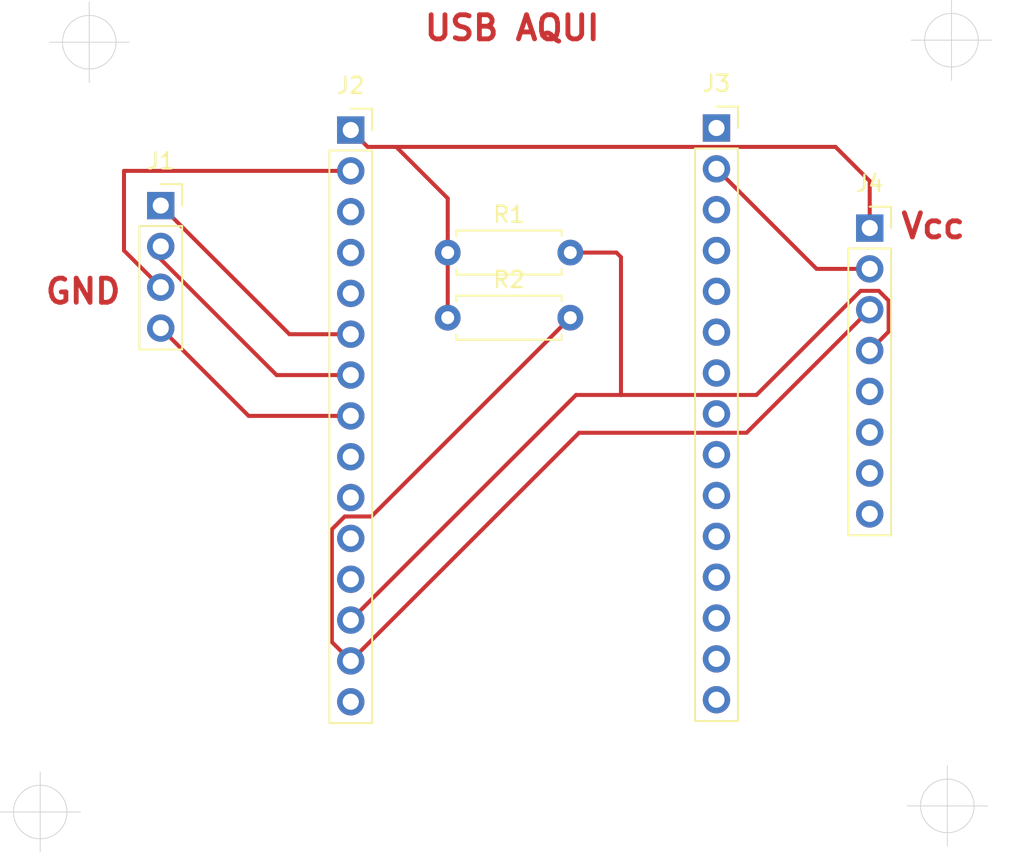
<source format=kicad_pcb>
(kicad_pcb (version 20171130) (host pcbnew "(5.1.8)-1")

  (general
    (thickness 1.6)
    (drawings 8)
    (tracks 39)
    (zones 0)
    (modules 6)
    (nets 9)
  )

  (page A4)
  (layers
    (0 F.Cu signal)
    (31 B.Cu signal)
    (32 B.Adhes user)
    (33 F.Adhes user)
    (34 B.Paste user)
    (35 F.Paste user)
    (36 B.SilkS user)
    (37 F.SilkS user)
    (38 B.Mask user)
    (39 F.Mask user)
    (40 Dwgs.User user)
    (41 Cmts.User user)
    (42 Eco1.User user)
    (43 Eco2.User user)
    (44 Edge.Cuts user)
    (45 Margin user)
    (46 B.CrtYd user)
    (47 F.CrtYd user)
    (48 B.Fab user)
    (49 F.Fab user)
  )

  (setup
    (last_trace_width 0.25)
    (trace_clearance 0.2)
    (zone_clearance 0.508)
    (zone_45_only no)
    (trace_min 0.2)
    (via_size 0.8)
    (via_drill 0.4)
    (via_min_size 0.4)
    (via_min_drill 0.3)
    (uvia_size 0.3)
    (uvia_drill 0.1)
    (uvias_allowed no)
    (uvia_min_size 0.2)
    (uvia_min_drill 0.1)
    (edge_width 0.05)
    (segment_width 0.2)
    (pcb_text_width 0.3)
    (pcb_text_size 1.5 1.5)
    (mod_edge_width 0.12)
    (mod_text_size 1 1)
    (mod_text_width 0.15)
    (pad_size 1.524 1.524)
    (pad_drill 0.762)
    (pad_to_mask_clearance 0)
    (aux_axis_origin 0 0)
    (visible_elements 7FFFFFFF)
    (pcbplotparams
      (layerselection 0x010fc_ffffffff)
      (usegerberextensions false)
      (usegerberattributes true)
      (usegerberadvancedattributes true)
      (creategerberjobfile true)
      (excludeedgelayer true)
      (linewidth 0.100000)
      (plotframeref false)
      (viasonmask false)
      (mode 1)
      (useauxorigin false)
      (hpglpennumber 1)
      (hpglpenspeed 20)
      (hpglpendiameter 15.000000)
      (psnegative false)
      (psa4output false)
      (plotreference true)
      (plotvalue true)
      (plotinvisibletext false)
      (padsonsilk false)
      (subtractmaskfromsilk false)
      (outputformat 1)
      (mirror false)
      (drillshape 0)
      (scaleselection 1)
      (outputdirectory "./"))
  )

  (net 0 "")
  (net 1 "Net-(J1-Pad1)")
  (net 2 "Net-(J1-Pad2)")
  (net 3 "Net-(J1-Pad3)")
  (net 4 "Net-(J1-Pad4)")
  (net 5 "Net-(J2-Pad13)")
  (net 6 "Net-(J2-Pad14)")
  (net 7 "Net-(J2-Pad1)")
  (net 8 "Net-(J3-Pad2)")

  (net_class Default "This is the default net class."
    (clearance 0.2)
    (trace_width 0.25)
    (via_dia 0.8)
    (via_drill 0.4)
    (uvia_dia 0.3)
    (uvia_drill 0.1)
    (add_net "Net-(J1-Pad1)")
    (add_net "Net-(J1-Pad2)")
    (add_net "Net-(J1-Pad3)")
    (add_net "Net-(J1-Pad4)")
    (add_net "Net-(J2-Pad1)")
    (add_net "Net-(J2-Pad13)")
    (add_net "Net-(J2-Pad14)")
    (add_net "Net-(J3-Pad2)")
  )

  (module Connector_PinSocket_2.54mm:PinSocket_1x08_P2.54mm_Vertical (layer F.Cu) (tedit 5A19A420) (tstamp 5FD7BD24)
    (at 169.418 36.576)
    (descr "Through hole straight socket strip, 1x08, 2.54mm pitch, single row (from Kicad 4.0.7), script generated")
    (tags "Through hole socket strip THT 1x08 2.54mm single row")
    (path /5FDC4D34)
    (fp_text reference J4 (at 0 -2.77) (layer F.SilkS)
      (effects (font (size 1 1) (thickness 0.15)))
    )
    (fp_text value "ZÓCALO SENSOR CCS811" (at 0 20.55) (layer F.Fab)
      (effects (font (size 1 1) (thickness 0.15)))
    )
    (fp_line (start -1.8 19.55) (end -1.8 -1.8) (layer F.CrtYd) (width 0.05))
    (fp_line (start 1.75 19.55) (end -1.8 19.55) (layer F.CrtYd) (width 0.05))
    (fp_line (start 1.75 -1.8) (end 1.75 19.55) (layer F.CrtYd) (width 0.05))
    (fp_line (start -1.8 -1.8) (end 1.75 -1.8) (layer F.CrtYd) (width 0.05))
    (fp_line (start 0 -1.33) (end 1.33 -1.33) (layer F.SilkS) (width 0.12))
    (fp_line (start 1.33 -1.33) (end 1.33 0) (layer F.SilkS) (width 0.12))
    (fp_line (start 1.33 1.27) (end 1.33 19.11) (layer F.SilkS) (width 0.12))
    (fp_line (start -1.33 19.11) (end 1.33 19.11) (layer F.SilkS) (width 0.12))
    (fp_line (start -1.33 1.27) (end -1.33 19.11) (layer F.SilkS) (width 0.12))
    (fp_line (start -1.33 1.27) (end 1.33 1.27) (layer F.SilkS) (width 0.12))
    (fp_line (start -1.27 19.05) (end -1.27 -1.27) (layer F.Fab) (width 0.1))
    (fp_line (start 1.27 19.05) (end -1.27 19.05) (layer F.Fab) (width 0.1))
    (fp_line (start 1.27 -0.635) (end 1.27 19.05) (layer F.Fab) (width 0.1))
    (fp_line (start 0.635 -1.27) (end 1.27 -0.635) (layer F.Fab) (width 0.1))
    (fp_line (start -1.27 -1.27) (end 0.635 -1.27) (layer F.Fab) (width 0.1))
    (fp_text user %R (at 0 8.89 90) (layer F.Fab)
      (effects (font (size 1 1) (thickness 0.15)))
    )
    (pad 8 thru_hole oval (at 0 17.78) (size 1.7 1.7) (drill 1) (layers *.Cu *.Mask))
    (pad 7 thru_hole oval (at 0 15.24) (size 1.7 1.7) (drill 1) (layers *.Cu *.Mask))
    (pad 6 thru_hole oval (at 0 12.7) (size 1.7 1.7) (drill 1) (layers *.Cu *.Mask))
    (pad 5 thru_hole oval (at 0 10.16) (size 1.7 1.7) (drill 1) (layers *.Cu *.Mask)
      (net 8 "Net-(J3-Pad2)"))
    (pad 4 thru_hole oval (at 0 7.62) (size 1.7 1.7) (drill 1) (layers *.Cu *.Mask)
      (net 5 "Net-(J2-Pad13)"))
    (pad 3 thru_hole oval (at 0 5.08) (size 1.7 1.7) (drill 1) (layers *.Cu *.Mask)
      (net 6 "Net-(J2-Pad14)"))
    (pad 2 thru_hole oval (at 0 2.54) (size 1.7 1.7) (drill 1) (layers *.Cu *.Mask)
      (net 8 "Net-(J3-Pad2)"))
    (pad 1 thru_hole rect (at 0 0) (size 1.7 1.7) (drill 1) (layers *.Cu *.Mask)
      (net 7 "Net-(J2-Pad1)"))
    (model ${KISYS3DMOD}/Connector_PinSocket_2.54mm.3dshapes/PinSocket_1x08_P2.54mm_Vertical.wrl
      (at (xyz 0 0 0))
      (scale (xyz 1 1 1))
      (rotate (xyz 0 0 0))
    )
  )

  (module Connector_PinSocket_2.54mm:PinSocket_1x15_P2.54mm_Vertical (layer F.Cu) (tedit 5A19A41D) (tstamp 5FD7BC5F)
    (at 159.893 30.353)
    (descr "Through hole straight socket strip, 1x15, 2.54mm pitch, single row (from Kicad 4.0.7), script generated")
    (tags "Through hole socket strip THT 1x15 2.54mm single row")
    (path /5FDC411A)
    (fp_text reference J3 (at 0 -2.77) (layer F.SilkS)
      (effects (font (size 1 1) (thickness 0.15)))
    )
    (fp_text value ZOCALONODEMCUDER (at 0 38.33) (layer F.Fab)
      (effects (font (size 1 1) (thickness 0.15)))
    )
    (fp_line (start -1.8 37.3) (end -1.8 -1.8) (layer F.CrtYd) (width 0.05))
    (fp_line (start 1.75 37.3) (end -1.8 37.3) (layer F.CrtYd) (width 0.05))
    (fp_line (start 1.75 -1.8) (end 1.75 37.3) (layer F.CrtYd) (width 0.05))
    (fp_line (start -1.8 -1.8) (end 1.75 -1.8) (layer F.CrtYd) (width 0.05))
    (fp_line (start 0 -1.33) (end 1.33 -1.33) (layer F.SilkS) (width 0.12))
    (fp_line (start 1.33 -1.33) (end 1.33 0) (layer F.SilkS) (width 0.12))
    (fp_line (start 1.33 1.27) (end 1.33 36.89) (layer F.SilkS) (width 0.12))
    (fp_line (start -1.33 36.89) (end 1.33 36.89) (layer F.SilkS) (width 0.12))
    (fp_line (start -1.33 1.27) (end -1.33 36.89) (layer F.SilkS) (width 0.12))
    (fp_line (start -1.33 1.27) (end 1.33 1.27) (layer F.SilkS) (width 0.12))
    (fp_line (start -1.27 36.83) (end -1.27 -1.27) (layer F.Fab) (width 0.1))
    (fp_line (start 1.27 36.83) (end -1.27 36.83) (layer F.Fab) (width 0.1))
    (fp_line (start 1.27 -0.635) (end 1.27 36.83) (layer F.Fab) (width 0.1))
    (fp_line (start 0.635 -1.27) (end 1.27 -0.635) (layer F.Fab) (width 0.1))
    (fp_line (start -1.27 -1.27) (end 0.635 -1.27) (layer F.Fab) (width 0.1))
    (fp_text user %R (at 0 17.78 90) (layer F.Fab)
      (effects (font (size 1 1) (thickness 0.15)))
    )
    (pad 15 thru_hole oval (at 0 35.56) (size 1.7 1.7) (drill 1) (layers *.Cu *.Mask))
    (pad 14 thru_hole oval (at 0 33.02) (size 1.7 1.7) (drill 1) (layers *.Cu *.Mask))
    (pad 13 thru_hole oval (at 0 30.48) (size 1.7 1.7) (drill 1) (layers *.Cu *.Mask))
    (pad 12 thru_hole oval (at 0 27.94) (size 1.7 1.7) (drill 1) (layers *.Cu *.Mask))
    (pad 11 thru_hole oval (at 0 25.4) (size 1.7 1.7) (drill 1) (layers *.Cu *.Mask))
    (pad 10 thru_hole oval (at 0 22.86) (size 1.7 1.7) (drill 1) (layers *.Cu *.Mask))
    (pad 9 thru_hole oval (at 0 20.32) (size 1.7 1.7) (drill 1) (layers *.Cu *.Mask))
    (pad 8 thru_hole oval (at 0 17.78) (size 1.7 1.7) (drill 1) (layers *.Cu *.Mask))
    (pad 7 thru_hole oval (at 0 15.24) (size 1.7 1.7) (drill 1) (layers *.Cu *.Mask))
    (pad 6 thru_hole oval (at 0 12.7) (size 1.7 1.7) (drill 1) (layers *.Cu *.Mask))
    (pad 5 thru_hole oval (at 0 10.16) (size 1.7 1.7) (drill 1) (layers *.Cu *.Mask))
    (pad 4 thru_hole oval (at 0 7.62) (size 1.7 1.7) (drill 1) (layers *.Cu *.Mask))
    (pad 3 thru_hole oval (at 0 5.08) (size 1.7 1.7) (drill 1) (layers *.Cu *.Mask))
    (pad 2 thru_hole oval (at 0 2.54) (size 1.7 1.7) (drill 1) (layers *.Cu *.Mask)
      (net 8 "Net-(J3-Pad2)"))
    (pad 1 thru_hole rect (at 0 0) (size 1.7 1.7) (drill 1) (layers *.Cu *.Mask))
    (model ${KISYS3DMOD}/Connector_PinSocket_2.54mm.3dshapes/PinSocket_1x15_P2.54mm_Vertical.wrl
      (at (xyz 0 0 0))
      (scale (xyz 1 1 1))
      (rotate (xyz 0 0 0))
    )
  )

  (module Connector_PinSocket_2.54mm:PinSocket_1x15_P2.54mm_Vertical (layer F.Cu) (tedit 5A19A41D) (tstamp 5FD7BCC5)
    (at 137.16 30.48)
    (descr "Through hole straight socket strip, 1x15, 2.54mm pitch, single row (from Kicad 4.0.7), script generated")
    (tags "Through hole socket strip THT 1x15 2.54mm single row")
    (path /5FDC30E0)
    (fp_text reference J2 (at 0 -2.77) (layer F.SilkS)
      (effects (font (size 1 1) (thickness 0.15)))
    )
    (fp_text value ZOCALONODEMCUIZQ (at 0 38.33) (layer F.Fab)
      (effects (font (size 1 1) (thickness 0.15)))
    )
    (fp_line (start -1.8 37.3) (end -1.8 -1.8) (layer F.CrtYd) (width 0.05))
    (fp_line (start 1.75 37.3) (end -1.8 37.3) (layer F.CrtYd) (width 0.05))
    (fp_line (start 1.75 -1.8) (end 1.75 37.3) (layer F.CrtYd) (width 0.05))
    (fp_line (start -1.8 -1.8) (end 1.75 -1.8) (layer F.CrtYd) (width 0.05))
    (fp_line (start 0 -1.33) (end 1.33 -1.33) (layer F.SilkS) (width 0.12))
    (fp_line (start 1.33 -1.33) (end 1.33 0) (layer F.SilkS) (width 0.12))
    (fp_line (start 1.33 1.27) (end 1.33 36.89) (layer F.SilkS) (width 0.12))
    (fp_line (start -1.33 36.89) (end 1.33 36.89) (layer F.SilkS) (width 0.12))
    (fp_line (start -1.33 1.27) (end -1.33 36.89) (layer F.SilkS) (width 0.12))
    (fp_line (start -1.33 1.27) (end 1.33 1.27) (layer F.SilkS) (width 0.12))
    (fp_line (start -1.27 36.83) (end -1.27 -1.27) (layer F.Fab) (width 0.1))
    (fp_line (start 1.27 36.83) (end -1.27 36.83) (layer F.Fab) (width 0.1))
    (fp_line (start 1.27 -0.635) (end 1.27 36.83) (layer F.Fab) (width 0.1))
    (fp_line (start 0.635 -1.27) (end 1.27 -0.635) (layer F.Fab) (width 0.1))
    (fp_line (start -1.27 -1.27) (end 0.635 -1.27) (layer F.Fab) (width 0.1))
    (fp_text user %R (at 0 17.78 90) (layer F.Fab)
      (effects (font (size 1 1) (thickness 0.15)))
    )
    (pad 15 thru_hole oval (at 0 35.56) (size 1.7 1.7) (drill 1) (layers *.Cu *.Mask))
    (pad 14 thru_hole oval (at 0 33.02) (size 1.7 1.7) (drill 1) (layers *.Cu *.Mask)
      (net 6 "Net-(J2-Pad14)"))
    (pad 13 thru_hole oval (at 0 30.48) (size 1.7 1.7) (drill 1) (layers *.Cu *.Mask)
      (net 5 "Net-(J2-Pad13)"))
    (pad 12 thru_hole oval (at 0 27.94) (size 1.7 1.7) (drill 1) (layers *.Cu *.Mask))
    (pad 11 thru_hole oval (at 0 25.4) (size 1.7 1.7) (drill 1) (layers *.Cu *.Mask))
    (pad 10 thru_hole oval (at 0 22.86) (size 1.7 1.7) (drill 1) (layers *.Cu *.Mask))
    (pad 9 thru_hole oval (at 0 20.32) (size 1.7 1.7) (drill 1) (layers *.Cu *.Mask))
    (pad 8 thru_hole oval (at 0 17.78) (size 1.7 1.7) (drill 1) (layers *.Cu *.Mask)
      (net 4 "Net-(J1-Pad4)"))
    (pad 7 thru_hole oval (at 0 15.24) (size 1.7 1.7) (drill 1) (layers *.Cu *.Mask)
      (net 2 "Net-(J1-Pad2)"))
    (pad 6 thru_hole oval (at 0 12.7) (size 1.7 1.7) (drill 1) (layers *.Cu *.Mask)
      (net 1 "Net-(J1-Pad1)"))
    (pad 5 thru_hole oval (at 0 10.16) (size 1.7 1.7) (drill 1) (layers *.Cu *.Mask))
    (pad 4 thru_hole oval (at 0 7.62) (size 1.7 1.7) (drill 1) (layers *.Cu *.Mask))
    (pad 3 thru_hole oval (at 0 5.08) (size 1.7 1.7) (drill 1) (layers *.Cu *.Mask))
    (pad 2 thru_hole oval (at 0 2.54) (size 1.7 1.7) (drill 1) (layers *.Cu *.Mask)
      (net 3 "Net-(J1-Pad3)"))
    (pad 1 thru_hole rect (at 0 0) (size 1.7 1.7) (drill 1) (layers *.Cu *.Mask)
      (net 7 "Net-(J2-Pad1)"))
    (model ${KISYS3DMOD}/Connector_PinSocket_2.54mm.3dshapes/PinSocket_1x15_P2.54mm_Vertical.wrl
      (at (xyz 0 0 0))
      (scale (xyz 1 1 1))
      (rotate (xyz 0 0 0))
    )
  )

  (module Connector_PinSocket_2.54mm:PinSocket_1x04_P2.54mm_Vertical (layer F.Cu) (tedit 5A19A429) (tstamp 5FD7BC0F)
    (at 125.349 35.179)
    (descr "Through hole straight socket strip, 1x04, 2.54mm pitch, single row (from Kicad 4.0.7), script generated")
    (tags "Through hole socket strip THT 1x04 2.54mm single row")
    (path /5FDC5978)
    (fp_text reference J1 (at 0 -2.77) (layer F.SilkS)
      (effects (font (size 1 1) (thickness 0.15)))
    )
    (fp_text value "ZÓCALO RGB" (at 0 10.39) (layer F.Fab)
      (effects (font (size 1 1) (thickness 0.15)))
    )
    (fp_line (start -1.8 9.4) (end -1.8 -1.8) (layer F.CrtYd) (width 0.05))
    (fp_line (start 1.75 9.4) (end -1.8 9.4) (layer F.CrtYd) (width 0.05))
    (fp_line (start 1.75 -1.8) (end 1.75 9.4) (layer F.CrtYd) (width 0.05))
    (fp_line (start -1.8 -1.8) (end 1.75 -1.8) (layer F.CrtYd) (width 0.05))
    (fp_line (start 0 -1.33) (end 1.33 -1.33) (layer F.SilkS) (width 0.12))
    (fp_line (start 1.33 -1.33) (end 1.33 0) (layer F.SilkS) (width 0.12))
    (fp_line (start 1.33 1.27) (end 1.33 8.95) (layer F.SilkS) (width 0.12))
    (fp_line (start -1.33 8.95) (end 1.33 8.95) (layer F.SilkS) (width 0.12))
    (fp_line (start -1.33 1.27) (end -1.33 8.95) (layer F.SilkS) (width 0.12))
    (fp_line (start -1.33 1.27) (end 1.33 1.27) (layer F.SilkS) (width 0.12))
    (fp_line (start -1.27 8.89) (end -1.27 -1.27) (layer F.Fab) (width 0.1))
    (fp_line (start 1.27 8.89) (end -1.27 8.89) (layer F.Fab) (width 0.1))
    (fp_line (start 1.27 -0.635) (end 1.27 8.89) (layer F.Fab) (width 0.1))
    (fp_line (start 0.635 -1.27) (end 1.27 -0.635) (layer F.Fab) (width 0.1))
    (fp_line (start -1.27 -1.27) (end 0.635 -1.27) (layer F.Fab) (width 0.1))
    (fp_text user %R (at 0 3.81 90) (layer F.Fab)
      (effects (font (size 1 1) (thickness 0.15)))
    )
    (pad 4 thru_hole oval (at 0 7.62) (size 1.7 1.7) (drill 1) (layers *.Cu *.Mask)
      (net 4 "Net-(J1-Pad4)"))
    (pad 3 thru_hole oval (at 0 5.08) (size 1.7 1.7) (drill 1) (layers *.Cu *.Mask)
      (net 3 "Net-(J1-Pad3)"))
    (pad 2 thru_hole oval (at 0 2.54) (size 1.7 1.7) (drill 1) (layers *.Cu *.Mask)
      (net 2 "Net-(J1-Pad2)"))
    (pad 1 thru_hole rect (at 0 0) (size 1.7 1.7) (drill 1) (layers *.Cu *.Mask)
      (net 1 "Net-(J1-Pad1)"))
    (model ${KISYS3DMOD}/Connector_PinSocket_2.54mm.3dshapes/PinSocket_1x04_P2.54mm_Vertical.wrl
      (at (xyz 0 0 0))
      (scale (xyz 1 1 1))
      (rotate (xyz 0 0 0))
    )
  )

  (module Resistor_THT:R_Axial_DIN0207_L6.3mm_D2.5mm_P7.62mm_Horizontal (layer F.Cu) (tedit 5AE5139B) (tstamp 5FD7C7A5)
    (at 143.188001 38.101001)
    (descr "Resistor, Axial_DIN0207 series, Axial, Horizontal, pin pitch=7.62mm, 0.25W = 1/4W, length*diameter=6.3*2.5mm^2, http://cdn-reichelt.de/documents/datenblatt/B400/1_4W%23YAG.pdf")
    (tags "Resistor Axial_DIN0207 series Axial Horizontal pin pitch 7.62mm 0.25W = 1/4W length 6.3mm diameter 2.5mm")
    (path /5FD8BF5C)
    (fp_text reference R1 (at 3.81 -2.37) (layer F.SilkS)
      (effects (font (size 1 1) (thickness 0.15)))
    )
    (fp_text value "10 K" (at 3.81 2.37) (layer F.Fab)
      (effects (font (size 1 1) (thickness 0.15)))
    )
    (fp_text user %R (at 3.81 0) (layer F.Fab)
      (effects (font (size 1 1) (thickness 0.15)))
    )
    (fp_line (start 0.66 -1.25) (end 0.66 1.25) (layer F.Fab) (width 0.1))
    (fp_line (start 0.66 1.25) (end 6.96 1.25) (layer F.Fab) (width 0.1))
    (fp_line (start 6.96 1.25) (end 6.96 -1.25) (layer F.Fab) (width 0.1))
    (fp_line (start 6.96 -1.25) (end 0.66 -1.25) (layer F.Fab) (width 0.1))
    (fp_line (start 0 0) (end 0.66 0) (layer F.Fab) (width 0.1))
    (fp_line (start 7.62 0) (end 6.96 0) (layer F.Fab) (width 0.1))
    (fp_line (start 0.54 -1.04) (end 0.54 -1.37) (layer F.SilkS) (width 0.12))
    (fp_line (start 0.54 -1.37) (end 7.08 -1.37) (layer F.SilkS) (width 0.12))
    (fp_line (start 7.08 -1.37) (end 7.08 -1.04) (layer F.SilkS) (width 0.12))
    (fp_line (start 0.54 1.04) (end 0.54 1.37) (layer F.SilkS) (width 0.12))
    (fp_line (start 0.54 1.37) (end 7.08 1.37) (layer F.SilkS) (width 0.12))
    (fp_line (start 7.08 1.37) (end 7.08 1.04) (layer F.SilkS) (width 0.12))
    (fp_line (start -1.05 -1.5) (end -1.05 1.5) (layer F.CrtYd) (width 0.05))
    (fp_line (start -1.05 1.5) (end 8.67 1.5) (layer F.CrtYd) (width 0.05))
    (fp_line (start 8.67 1.5) (end 8.67 -1.5) (layer F.CrtYd) (width 0.05))
    (fp_line (start 8.67 -1.5) (end -1.05 -1.5) (layer F.CrtYd) (width 0.05))
    (pad 2 thru_hole oval (at 7.62 0) (size 1.6 1.6) (drill 0.8) (layers *.Cu *.Mask)
      (net 5 "Net-(J2-Pad13)"))
    (pad 1 thru_hole circle (at 0 0) (size 1.6 1.6) (drill 0.8) (layers *.Cu *.Mask)
      (net 7 "Net-(J2-Pad1)"))
    (model ${KISYS3DMOD}/Resistor_THT.3dshapes/R_Axial_DIN0207_L6.3mm_D2.5mm_P7.62mm_Horizontal.wrl
      (at (xyz 0 0 0))
      (scale (xyz 1 1 1))
      (rotate (xyz 0 0 0))
    )
  )

  (module Resistor_THT:R_Axial_DIN0207_L6.3mm_D2.5mm_P7.62mm_Horizontal (layer F.Cu) (tedit 5AE5139B) (tstamp 5FD7C900)
    (at 143.188001 42.151001)
    (descr "Resistor, Axial_DIN0207 series, Axial, Horizontal, pin pitch=7.62mm, 0.25W = 1/4W, length*diameter=6.3*2.5mm^2, http://cdn-reichelt.de/documents/datenblatt/B400/1_4W%23YAG.pdf")
    (tags "Resistor Axial_DIN0207 series Axial Horizontal pin pitch 7.62mm 0.25W = 1/4W length 6.3mm diameter 2.5mm")
    (path /5FD8B38E)
    (fp_text reference R2 (at 3.81 -2.37) (layer F.SilkS)
      (effects (font (size 1 1) (thickness 0.15)))
    )
    (fp_text value "10 K" (at 3.81 2.37) (layer F.Fab)
      (effects (font (size 1 1) (thickness 0.15)))
    )
    (fp_line (start 8.67 -1.5) (end -1.05 -1.5) (layer F.CrtYd) (width 0.05))
    (fp_line (start 8.67 1.5) (end 8.67 -1.5) (layer F.CrtYd) (width 0.05))
    (fp_line (start -1.05 1.5) (end 8.67 1.5) (layer F.CrtYd) (width 0.05))
    (fp_line (start -1.05 -1.5) (end -1.05 1.5) (layer F.CrtYd) (width 0.05))
    (fp_line (start 7.08 1.37) (end 7.08 1.04) (layer F.SilkS) (width 0.12))
    (fp_line (start 0.54 1.37) (end 7.08 1.37) (layer F.SilkS) (width 0.12))
    (fp_line (start 0.54 1.04) (end 0.54 1.37) (layer F.SilkS) (width 0.12))
    (fp_line (start 7.08 -1.37) (end 7.08 -1.04) (layer F.SilkS) (width 0.12))
    (fp_line (start 0.54 -1.37) (end 7.08 -1.37) (layer F.SilkS) (width 0.12))
    (fp_line (start 0.54 -1.04) (end 0.54 -1.37) (layer F.SilkS) (width 0.12))
    (fp_line (start 7.62 0) (end 6.96 0) (layer F.Fab) (width 0.1))
    (fp_line (start 0 0) (end 0.66 0) (layer F.Fab) (width 0.1))
    (fp_line (start 6.96 -1.25) (end 0.66 -1.25) (layer F.Fab) (width 0.1))
    (fp_line (start 6.96 1.25) (end 6.96 -1.25) (layer F.Fab) (width 0.1))
    (fp_line (start 0.66 1.25) (end 6.96 1.25) (layer F.Fab) (width 0.1))
    (fp_line (start 0.66 -1.25) (end 0.66 1.25) (layer F.Fab) (width 0.1))
    (fp_text user %R (at 3.81 0) (layer F.Fab)
      (effects (font (size 1 1) (thickness 0.15)))
    )
    (pad 1 thru_hole circle (at 0 0) (size 1.6 1.6) (drill 0.8) (layers *.Cu *.Mask)
      (net 7 "Net-(J2-Pad1)"))
    (pad 2 thru_hole oval (at 7.62 0) (size 1.6 1.6) (drill 0.8) (layers *.Cu *.Mask)
      (net 6 "Net-(J2-Pad14)"))
    (model ${KISYS3DMOD}/Resistor_THT.3dshapes/R_Axial_DIN0207_L6.3mm_D2.5mm_P7.62mm_Horizontal.wrl
      (at (xyz 0 0 0))
      (scale (xyz 1 1 1))
      (rotate (xyz 0 0 0))
    )
  )

  (gr_text Vcc (at 173.355 36.449) (layer F.Cu)
    (effects (font (size 1.5 1.5) (thickness 0.3)))
  )
  (gr_text GND (at 120.523 40.513) (layer F.Cu)
    (effects (font (size 1.5 1.5) (thickness 0.3)))
  )
  (gr_text "USB AQUI" (at 147.193 24.13) (layer F.Cu)
    (effects (font (size 1.5 1.5) (thickness 0.3)))
  )
  (target plus (at 117.856 72.898) (size 5) (width 0.05) (layer Edge.Cuts) (tstamp 5FD7BAEF))
  (target plus (at 174.244 72.517) (size 5) (width 0.05) (layer Edge.Cuts) (tstamp 5FD7BAEE))
  (target plus (at 174.498 24.892) (size 5) (width 0.05) (layer Edge.Cuts) (tstamp 5FD7BAED))
  (target plus (at 120.904 25.019) (size 5) (width 0.05) (layer Edge.Cuts))
  (dimension 22.86 (width 0.15) (layer Dwgs.User)
    (gr_text "0,9000 in" (at 148.463 27.021) (layer Dwgs.User)
      (effects (font (size 1 1) (thickness 0.15)))
    )
    (feature1 (pts (xy 159.893 30.48) (xy 159.893 27.734579)))
    (feature2 (pts (xy 137.033 30.48) (xy 137.033 27.734579)))
    (crossbar (pts (xy 137.033 28.321) (xy 159.893 28.321)))
    (arrow1a (pts (xy 159.893 28.321) (xy 158.766496 28.907421)))
    (arrow1b (pts (xy 159.893 28.321) (xy 158.766496 27.734579)))
    (arrow2a (pts (xy 137.033 28.321) (xy 138.159504 28.907421)))
    (arrow2b (pts (xy 137.033 28.321) (xy 138.159504 27.734579)))
  )

  (segment (start 133.35 43.18) (end 125.349 35.179) (width 0.25) (layer F.Cu) (net 1) (status 20))
  (segment (start 137.16 43.18) (end 133.35 43.18) (width 0.25) (layer F.Cu) (net 1) (status 10))
  (segment (start 125.349 38.519998) (end 125.349 37.719) (width 0.25) (layer F.Cu) (net 2) (status 30))
  (segment (start 132.549002 45.72) (end 125.349 38.519998) (width 0.25) (layer F.Cu) (net 2) (status 20))
  (segment (start 137.16 45.72) (end 132.549002 45.72) (width 0.25) (layer F.Cu) (net 2) (status 10))
  (segment (start 137.16 33.02) (end 123.063 33.02) (width 0.25) (layer F.Cu) (net 3) (status 10))
  (segment (start 123.063 37.973) (end 125.349 40.259) (width 0.25) (layer F.Cu) (net 3) (status 20))
  (segment (start 123.063 33.02) (end 123.063 37.973) (width 0.25) (layer F.Cu) (net 3))
  (segment (start 130.81 48.26) (end 125.349 42.799) (width 0.25) (layer F.Cu) (net 4) (status 20))
  (segment (start 137.16 48.26) (end 130.81 48.26) (width 0.25) (layer F.Cu) (net 4) (status 10))
  (segment (start 170.593001 43.020999) (end 169.418 44.196) (width 0.25) (layer F.Cu) (net 5) (status 20))
  (segment (start 170.593001 41.091999) (end 170.593001 43.020999) (width 0.25) (layer F.Cu) (net 5))
  (segment (start 169.982001 40.480999) (end 170.593001 41.091999) (width 0.25) (layer F.Cu) (net 5))
  (segment (start 168.853999 40.480999) (end 169.982001 40.480999) (width 0.25) (layer F.Cu) (net 5))
  (segment (start 162.376999 46.957999) (end 168.853999 40.480999) (width 0.25) (layer F.Cu) (net 5))
  (segment (start 137.16 60.96) (end 151.162001 46.957999) (width 0.25) (layer F.Cu) (net 5) (status 10))
  (segment (start 150.808001 38.101001) (end 153.671001 38.101001) (width 0.25) (layer F.Cu) (net 5))
  (segment (start 153.956001 38.386001) (end 153.956001 46.957999) (width 0.25) (layer F.Cu) (net 5))
  (segment (start 153.671001 38.101001) (end 153.956001 38.386001) (width 0.25) (layer F.Cu) (net 5))
  (segment (start 153.956001 46.957999) (end 162.376999 46.957999) (width 0.25) (layer F.Cu) (net 5))
  (segment (start 151.162001 46.957999) (end 153.956001 46.957999) (width 0.25) (layer F.Cu) (net 5))
  (segment (start 161.765999 49.308001) (end 169.418 41.656) (width 0.25) (layer F.Cu) (net 6) (status 20))
  (segment (start 151.351999 49.308001) (end 161.765999 49.308001) (width 0.25) (layer F.Cu) (net 6))
  (segment (start 137.16 63.5) (end 151.351999 49.308001) (width 0.25) (layer F.Cu) (net 6) (status 10))
  (segment (start 135.984999 55.315999) (end 135.984999 62.324999) (width 0.25) (layer F.Cu) (net 6))
  (segment (start 136.785997 54.515001) (end 135.984999 55.315999) (width 0.25) (layer F.Cu) (net 6))
  (segment (start 135.984999 62.324999) (end 137.16 63.5) (width 0.25) (layer F.Cu) (net 6))
  (segment (start 138.444001 54.515001) (end 136.785997 54.515001) (width 0.25) (layer F.Cu) (net 6))
  (segment (start 150.808001 42.151001) (end 138.444001 54.515001) (width 0.25) (layer F.Cu) (net 6))
  (segment (start 169.418 36.576) (end 169.418 33.655) (width 0.25) (layer F.Cu) (net 7) (status 10))
  (segment (start 138.208001 31.528001) (end 137.16 30.48) (width 0.25) (layer F.Cu) (net 7) (status 20))
  (segment (start 169.418 33.655) (end 167.291001 31.528001) (width 0.25) (layer F.Cu) (net 7))
  (segment (start 143.188001 38.101001) (end 143.188001 34.730001) (width 0.25) (layer F.Cu) (net 7))
  (segment (start 143.188001 34.730001) (end 139.986001 31.528001) (width 0.25) (layer F.Cu) (net 7))
  (segment (start 139.986001 31.528001) (end 138.208001 31.528001) (width 0.25) (layer F.Cu) (net 7))
  (segment (start 167.291001 31.528001) (end 139.986001 31.528001) (width 0.25) (layer F.Cu) (net 7))
  (segment (start 143.188001 42.151001) (end 143.188001 38.101001) (width 0.25) (layer F.Cu) (net 7))
  (segment (start 166.116 39.116) (end 159.893 32.893) (width 0.25) (layer F.Cu) (net 8) (status 20))
  (segment (start 169.418 39.116) (end 166.116 39.116) (width 0.25) (layer F.Cu) (net 8) (status 10))

)

</source>
